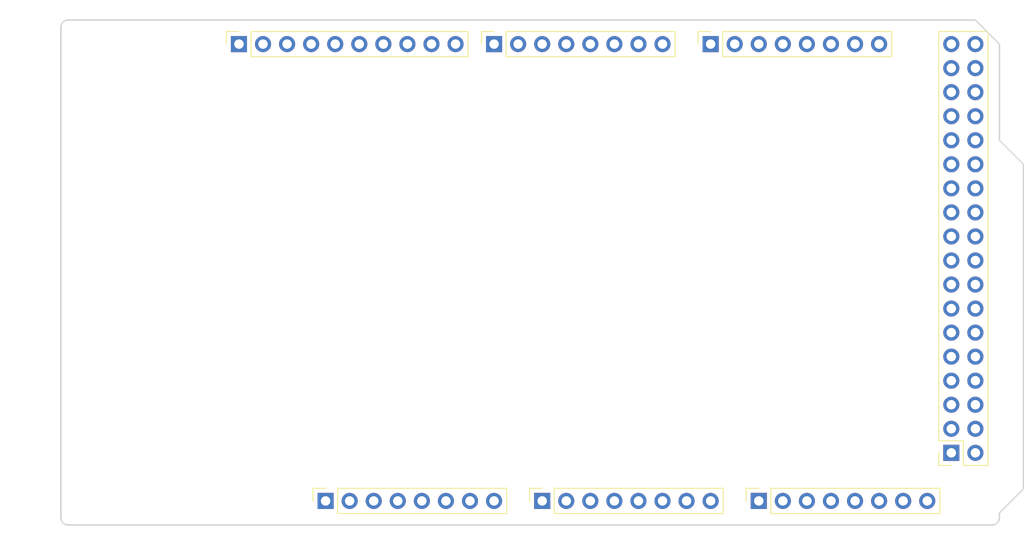
<source format=kicad_pcb>
(kicad_pcb (version 20221018) (generator pcbnew)
  (title_block (date "mar. 31 mars 2015"))
  (layers (0 "F.Cu" signal) (31 "B.Cu" signal) (34 "B.Paste" user) (35 "F.Paste" user) (36 "B.SilkS" user "B.Silkscreen") (37 "F.SilkS" user "F.Silkscreen") (38 "B.Mask" user) (39 "F.Mask" user) (44 "Edge.Cuts" user))
  (net 0 "")
  (net 1 "GND")
  (net 2 "/*52")
  (net 3 "/53")
  (net 4 "/50")
  (net 5 "/51")
  (net 6 "/48")
  (net 7 "/49")
  (net 8 "/*46")
  (net 9 "/47")
  (net 10 "/*44")
  (net 11 "/*45")
  (net 12 "/42")
  (net 13 "/43")
  (net 14 "/40")
  (net 15 "/41")
  (net 16 "/38")
  (net 17 "/39")
  (net 18 "/36")
  (net 19 "/37")
  (net 20 "/34")
  (net 21 "/35")
  (net 22 "/32")
  (net 23 "/33")
  (net 24 "/30")
  (net 25 "/31")
  (net 26 "/28")
  (net 27 "/29")
  (net 28 "/26")
  (net 29 "/27")
  (net 30 "/24")
  (net 31 "/25")
  (net 32 "/22")
  (net 33 "/23")
  (net 34 "+5V")
  (net 35 "/IOREF")
  (net 36 "/A0")
  (net 37 "/A1")
  (net 38 "/A2")
  (net 39 "/A3")
  (net 40 "/A4")
  (net 41 "/A5")
  (net 42 "/A6")
  (net 43 "/A7")
  (net 44 "/A8")
  (net 45 "/A9")
  (net 46 "/A10")
  (net 47 "/A11")
  (net 48 "/A12")
  (net 49 "/A13")
  (net 50 "/A14")
  (net 51 "/A15")
  (net 52 "/AREF")
  (net 53 "/*13")
  (net 54 "/*12")
  (net 55 "/*11")
  (net 56 "/*10")
  (net 57 "/*9")
  (net 58 "/*8")
  (net 59 "/*7")
  (net 60 "/*6")
  (net 61 "/*5")
  (net 62 "/*4")
  (net 63 "/*3")
  (net 64 "/*2")
  (net 65 "/TX0{slash}1")
  (net 66 "/RX0{slash}0")
  (net 67 "+3V3")
  (net 68 "/TX3{slash}14")
  (net 69 "/RX3{slash}15")
  (net 70 "/TX2{slash}16")
  (net 71 "/RX2{slash}17")
  (net 72 "/TX1{slash}18")
  (net 73 "/RX1{slash}19")
  (net 74 "/SDA{slash}20")
  (net 75 "/SCL{slash}21")
  (net 76 "VCC")
  (net 77 "/~{RESET}")
  (footprint "Connector_PinSocket_2.54mm:PinSocket_2x18_P2.54mm_Vertical" (layer "F.Cu") (at 193.98 92.38 180)
    (fp_text reference "J7" hide)
    (fp_text value "Digital")
    (fp_line (start -3.87 -1.33) (end -3.87 44.51) (stroke (width 0.12)) (layer "F.SilkS"))
    (fp_line (start -3.87 -1.33) (end -1.27 -1.33) (stroke (width 0.12)) (layer "F.SilkS"))
    (fp_line (start -3.87 44.51) (end 1.33 44.51) (stroke (width 0.12)) (layer "F.SilkS"))
    (fp_line (start -1.27 -1.33) (end -1.27 1.27) (stroke (width 0.12)) (layer "F.SilkS"))
    (fp_line (start -1.27 1.27) (end 1.33 1.27) (stroke (width 0.12)) (layer "F.SilkS"))
    (fp_line (start 0 -1.33) (end 1.33 -1.33) (stroke (width 0.12)) (layer "F.SilkS"))
    (fp_line (start 1.33 -1.33) (end 1.33 0) (stroke (width 0.12)) (layer "F.SilkS"))
    (fp_line (start 1.33 1.27) (end 1.33 44.51) (stroke (width 0.12)) (layer "F.SilkS"))
    (pad "1" thru_hole rect locked (at 0 0 180) (size 1.7 1.7) (drill 1) (layers "*.Cu" "*.Mask") (net 1 "GND"))
    (pad "2" thru_hole oval locked (at -2.54 0 180) (size 1.7 1.7) (drill 1) (layers "*.Cu" "*.Mask") (net 1 "GND"))
    (pad "3" thru_hole oval locked (at 0 2.54 180) (size 1.7 1.7) (drill 1) (layers "*.Cu" "*.Mask") (net 2 "/*52"))
    (pad "4" thru_hole oval locked (at -2.54 2.54 180) (size 1.7 1.7) (drill 1) (layers "*.Cu" "*.Mask") (net 3 "/53"))
    (pad "5" thru_hole oval locked (at 0 5.08 180) (size 1.7 1.7) (drill 1) (layers "*.Cu" "*.Mask") (net 4 "/50"))
    (pad "6" thru_hole oval locked (at -2.54 5.08 180) (size 1.7 1.7) (drill 1) (layers "*.Cu" "*.Mask") (net 5 "/51"))
    (pad "7" thru_hole oval locked (at 0 7.62 180) (size 1.7 1.7) (drill 1) (layers "*.Cu" "*.Mask") (net 6 "/48"))
    (pad "8" thru_hole oval locked (at -2.54 7.62 180) (size 1.7 1.7) (drill 1) (layers "*.Cu" "*.Mask") (net 7 "/49"))
    (pad "9" thru_hole oval locked (at 0 10.16 180) (size 1.7 1.7) (drill 1) (layers "*.Cu" "*.Mask") (net 8 "/*46"))
    (pad "10" thru_hole oval locked (at -2.54 10.16 180) (size 1.7 1.7) (drill 1) (layers "*.Cu" "*.Mask") (net 9 "/47"))
    (pad "11" thru_hole oval locked (at 0 12.7 180) (size 1.7 1.7) (drill 1) (layers "*.Cu" "*.Mask") (net 10 "/*44"))
    (pad "12" thru_hole oval locked (at -2.54 12.7 180) (size 1.7 1.7) (drill 1) (layers "*.Cu" "*.Mask") (net 11 "/*45"))
    (pad "13" thru_hole oval locked (at 0 15.24 180) (size 1.7 1.7) (drill 1) (layers "*.Cu" "*.Mask") (net 12 "/42"))
    (pad "14" thru_hole oval locked (at -2.54 15.24 180) (size 1.7 1.7) (drill 1) (layers "*.Cu" "*.Mask") (net 13 "/43"))
    (pad "15" thru_hole oval locked (at 0 17.78 180) (size 1.7 1.7) (drill 1) (layers "*.Cu" "*.Mask") (net 14 "/40"))
    (pad "16" thru_hole oval locked (at -2.54 17.78 180) (size 1.7 1.7) (drill 1) (layers "*.Cu" "*.Mask") (net 15 "/41"))
    (pad "17" thru_hole oval locked (at 0 20.32 180) (size 1.7 1.7) (drill 1) (layers "*.Cu" "*.Mask") (net 16 "/38"))
    (pad "18" thru_hole oval locked (at -2.54 20.32 180) (size 1.7 1.7) (drill 1) (layers "*.Cu" "*.Mask") (net 17 "/39"))
    (pad "19" thru_hole oval locked (at 0 22.86 180) (size 1.7 1.7) (drill 1) (layers "*.Cu" "*.Mask") (net 18 "/36"))
    (pad "20" thru_hole oval locked (at -2.54 22.86 180) (size 1.7 1.7) (drill 1) (layers "*.Cu" "*.Mask") (net 19 "/37"))
    (pad "21" thru_hole oval locked (at 0 25.4 180) (size 1.7 1.7) (drill 1) (layers "*.Cu" "*.Mask") (net 20 "/34"))
    (pad "22" thru_hole oval locked (at -2.54 25.4 180) (size 1.7 1.7) (drill 1) (layers "*.Cu" "*.Mask") (net 21 "/35"))
    (pad "23" thru_hole oval locked (at 0 27.94 180) (size 1.7 1.7) (drill 1) (layers "*.Cu" "*.Mask") (net 22 "/32"))
    (pad "24" thru_hole oval locked (at -2.54 27.94 180) (size 1.7 1.7) (drill 1) (layers "*.Cu" "*.Mask") (net 23 "/33"))
    (pad "25" thru_hole oval locked (at 0 30.48 180) (size 1.7 1.7) (drill 1) (layers "*.Cu" "*.Mask") (net 24 "/30"))
    (pad "26" thru_hole oval locked (at -2.54 30.48 180) (size 1.7 1.7) (drill 1) (layers "*.Cu" "*.Mask") (net 25 "/31"))
    (pad "27" thru_hole oval locked (at 0 33.02 180) (size 1.7 1.7) (drill 1) (layers "*.Cu" "*.Mask") (net 26 "/28"))
    (pad "28" thru_hole oval locked (at -2.54 33.02 180) (size 1.7 1.7) (drill 1) (layers "*.Cu" "*.Mask") (net 27 "/29"))
    (pad "29" thru_hole oval locked (at 0 35.56 180) (size 1.7 1.7) (drill 1) (layers "*.Cu" "*.Mask") (net 28 "/26"))
    (pad "30" thru_hole oval locked (at -2.54 35.56 180) (size 1.7 1.7) (drill 1) (layers "*.Cu" "*.Mask") (net 29 "/27"))
    (pad "31" thru_hole oval locked (at 0 38.1 180) (size 1.7 1.7) (drill 1) (layers "*.Cu" "*.Mask") (net 30 "/24"))
    (pad "32" thru_hole oval locked (at -2.54 38.1 180) (size 1.7 1.7) (drill 1) (layers "*.Cu" "*.Mask") (net 31 "/25"))
    (pad "33" thru_hole oval locked (at 0 40.64 180) (size 1.7 1.7) (drill 1) (layers "*.Cu" "*.Mask") (net 32 "/22"))
    (pad "34" thru_hole oval locked (at -2.54 40.64 180) (size 1.7 1.7) (drill 1) (layers "*.Cu" "*.Mask") (net 33 "/23"))
    (pad "35" thru_hole oval locked (at 0 43.18 180) (size 1.7 1.7) (drill 1) (layers "*.Cu" "*.Mask") (net 34 "+5V"))
    (pad "36" thru_hole oval locked (at -2.54 43.18 180) (size 1.7 1.7) (drill 1) (layers "*.Cu" "*.Mask") (net 34 "+5V"))
  )
  (footprint "Connector_PinSocket_2.54mm:PinSocket_1x08_P2.54mm_Vertical" (layer "F.Cu") (at 127.94 97.46 90)
    (fp_text reference "J1" hide)
    (fp_text value "Power")
    (fp_line (start -1.33 1.27) (end -1.33 19.11) (stroke (width 0.12)) (layer "F.SilkS"))
    (fp_line (start -1.33 1.27) (end 1.33 1.27) (stroke (width 0.12)) (layer "F.SilkS"))
    (fp_line (start -1.33 19.11) (end 1.33 19.11) (stroke (width 0.12)) (layer "F.SilkS"))
    (fp_line (start 0 -1.33) (end 1.33 -1.33) (stroke (width 0.12)) (layer "F.SilkS"))
    (fp_line (start 1.33 -1.33) (end 1.33 0) (stroke (width 0.12)) (layer "F.SilkS"))
    (fp_line (start 1.33 1.27) (end 1.33 19.11) (stroke (width 0.12)) (layer "F.SilkS"))
    (pad "1" thru_hole rect locked (at 0 0 90) (size 1.7 1.7) (drill 1) (layers "*.Cu" "*.Mask"))
    (pad "2" thru_hole oval locked (at 0 2.54 90) (size 1.7 1.7) (drill 1) (layers "*.Cu" "*.Mask") (net 35 "/IOREF"))
    (pad "3" thru_hole oval locked (at 0 5.08 90) (size 1.7 1.7) (drill 1) (layers "*.Cu" "*.Mask") (net 77 "/~{RESET}"))
    (pad "4" thru_hole oval locked (at 0 7.62 90) (size 1.7 1.7) (drill 1) (layers "*.Cu" "*.Mask") (net 67 "+3V3"))
    (pad "5" thru_hole oval locked (at 0 10.16 90) (size 1.7 1.7) (drill 1) (layers "*.Cu" "*.Mask") (net 34 "+5V"))
    (pad "6" thru_hole oval locked (at 0 12.7 90) (size 1.7 1.7) (drill 1) (layers "*.Cu" "*.Mask") (net 1 "GND"))
    (pad "7" thru_hole oval locked (at 0 15.24 90) (size 1.7 1.7) (drill 1) (layers "*.Cu" "*.Mask") (net 1 "GND"))
    (pad "8" thru_hole oval locked (at 0 17.78 90) (size 1.7 1.7) (drill 1) (layers "*.Cu" "*.Mask") (net 76 "VCC"))
  )
  (footprint "Connector_PinSocket_2.54mm:PinSocket_1x08_P2.54mm_Vertical" (layer "F.Cu") (at 150.8 97.46 90)
    (fp_text reference "J3" hide)
    (fp_text value "Analog")
    (fp_line (start -1.33 1.27) (end -1.33 19.11) (stroke (width 0.12)) (layer "F.SilkS"))
    (fp_line (start -1.33 1.27) (end 1.33 1.27) (stroke (width 0.12)) (layer "F.SilkS"))
    (fp_line (start -1.33 19.11) (end 1.33 19.11) (stroke (width 0.12)) (layer "F.SilkS"))
    (fp_line (start 0 -1.33) (end 1.33 -1.33) (stroke (width 0.12)) (layer "F.SilkS"))
    (fp_line (start 1.33 -1.33) (end 1.33 0) (stroke (width 0.12)) (layer "F.SilkS"))
    (fp_line (start 1.33 1.27) (end 1.33 19.11) (stroke (width 0.12)) (layer "F.SilkS"))
    (pad "1" thru_hole rect locked (at 0 0 90) (size 1.7 1.7) (drill 1) (layers "*.Cu" "*.Mask") (net 36 "/A0"))
    (pad "2" thru_hole oval locked (at 0 2.54 90) (size 1.7 1.7) (drill 1) (layers "*.Cu" "*.Mask") (net 37 "/A1"))
    (pad "3" thru_hole oval locked (at 0 5.08 90) (size 1.7 1.7) (drill 1) (layers "*.Cu" "*.Mask") (net 38 "/A2"))
    (pad "4" thru_hole oval locked (at 0 7.62 90) (size 1.7 1.7) (drill 1) (layers "*.Cu" "*.Mask") (net 39 "/A3"))
    (pad "5" thru_hole oval locked (at 0 10.16 90) (size 1.7 1.7) (drill 1) (layers "*.Cu" "*.Mask") (net 40 "/A4"))
    (pad "6" thru_hole oval locked (at 0 12.7 90) (size 1.7 1.7) (drill 1) (layers "*.Cu" "*.Mask") (net 41 "/A5"))
    (pad "7" thru_hole oval locked (at 0 15.24 90) (size 1.7 1.7) (drill 1) (layers "*.Cu" "*.Mask") (net 42 "/A6"))
    (pad "8" thru_hole oval locked (at 0 17.78 90) (size 1.7 1.7) (drill 1) (layers "*.Cu" "*.Mask") (net 43 "/A7"))
  )
  (footprint "Connector_PinSocket_2.54mm:PinSocket_1x08_P2.54mm_Vertical" (layer "F.Cu") (at 173.66 97.46 90)
    (fp_text reference "J5" hide)
    (fp_text value "Analog")
    (fp_line (start -1.33 1.27) (end -1.33 19.11) (stroke (width 0.12)) (layer "F.SilkS"))
    (fp_line (start -1.33 1.27) (end 1.33 1.27) (stroke (width 0.12)) (layer "F.SilkS"))
    (fp_line (start -1.33 19.11) (end 1.33 19.11) (stroke (width 0.12)) (layer "F.SilkS"))
    (fp_line (start 0 -1.33) (end 1.33 -1.33) (stroke (width 0.12)) (layer "F.SilkS"))
    (fp_line (start 1.33 -1.33) (end 1.33 0) (stroke (width 0.12)) (layer "F.SilkS"))
    (fp_line (start 1.33 1.27) (end 1.33 19.11) (stroke (width 0.12)) (layer "F.SilkS"))
    (pad "1" thru_hole rect locked (at 0 0 90) (size 1.7 1.7) (drill 1) (layers "*.Cu" "*.Mask") (net 44 "/A8"))
    (pad "2" thru_hole oval locked (at 0 2.54 90) (size 1.7 1.7) (drill 1) (layers "*.Cu" "*.Mask") (net 45 "/A9"))
    (pad "3" thru_hole oval locked (at 0 5.08 90) (size 1.7 1.7) (drill 1) (layers "*.Cu" "*.Mask") (net 46 "/A10"))
    (pad "4" thru_hole oval locked (at 0 7.62 90) (size 1.7 1.7) (drill 1) (layers "*.Cu" "*.Mask") (net 47 "/A11"))
    (pad "5" thru_hole oval locked (at 0 10.16 90) (size 1.7 1.7) (drill 1) (layers "*.Cu" "*.Mask") (net 48 "/A12"))
    (pad "6" thru_hole oval locked (at 0 12.7 90) (size 1.7 1.7) (drill 1) (layers "*.Cu" "*.Mask") (net 49 "/A13"))
    (pad "7" thru_hole oval locked (at 0 15.24 90) (size 1.7 1.7) (drill 1) (layers "*.Cu" "*.Mask") (net 50 "/A14"))
    (pad "8" thru_hole oval locked (at 0 17.78 90) (size 1.7 1.7) (drill 1) (layers "*.Cu" "*.Mask") (net 51 "/A15"))
  )
  (footprint "Connector_PinSocket_2.54mm:PinSocket_1x10_P2.54mm_Vertical" (layer "F.Cu") (at 118.796 49.2 90)
    (fp_text reference "J2" hide)
    (fp_text value "PWM")
    (fp_line (start -1.33 1.27) (end -1.33 24.19) (stroke (width 0.12)) (layer "F.SilkS"))
    (fp_line (start -1.33 1.27) (end 1.33 1.27) (stroke (width 0.12)) (layer "F.SilkS"))
    (fp_line (start -1.33 24.19) (end 1.33 24.19) (stroke (width 0.12)) (layer "F.SilkS"))
    (fp_line (start 0 -1.33) (end 1.33 -1.33) (stroke (width 0.12)) (layer "F.SilkS"))
    (fp_line (start 1.33 -1.33) (end 1.33 0) (stroke (width 0.12)) (layer "F.SilkS"))
    (fp_line (start 1.33 1.27) (end 1.33 24.19) (stroke (width 0.12)) (layer "F.SilkS"))
    (pad "1" thru_hole rect locked (at 0 0 90) (size 1.7 1.7) (drill 1) (layers "*.Cu" "*.Mask") (net 75 "/SCL{slash}21"))
    (pad "2" thru_hole oval locked (at 0 2.54 90) (size 1.7 1.7) (drill 1) (layers "*.Cu" "*.Mask") (net 74 "/SDA{slash}20"))
    (pad "3" thru_hole oval locked (at 0 5.08 90) (size 1.7 1.7) (drill 1) (layers "*.Cu" "*.Mask") (net 52 "/AREF"))
    (pad "4" thru_hole oval locked (at 0 7.62 90) (size 1.7 1.7) (drill 1) (layers "*.Cu" "*.Mask") (net 1 "GND"))
    (pad "5" thru_hole oval locked (at 0 10.16 90) (size 1.7 1.7) (drill 1) (layers "*.Cu" "*.Mask") (net 53 "/*13"))
    (pad "6" thru_hole oval locked (at 0 12.7 90) (size 1.7 1.7) (drill 1) (layers "*.Cu" "*.Mask") (net 54 "/*12"))
    (pad "7" thru_hole oval locked (at 0 15.24 90) (size 1.7 1.7) (drill 1) (layers "*.Cu" "*.Mask") (net 55 "/*11"))
    (pad "8" thru_hole oval locked (at 0 17.78 90) (size 1.7 1.7) (drill 1) (layers "*.Cu" "*.Mask") (net 56 "/*10"))
    (pad "9" thru_hole oval locked (at 0 20.32 90) (size 1.7 1.7) (drill 1) (layers "*.Cu" "*.Mask") (net 57 "/*9"))
    (pad "10" thru_hole oval locked (at 0 22.86 90) (size 1.7 1.7) (drill 1) (layers "*.Cu" "*.Mask") (net 58 "/*8"))
  )
  (footprint "Connector_PinSocket_2.54mm:PinSocket_1x08_P2.54mm_Vertical" (layer "F.Cu") (at 145.72 49.2 90)
    (fp_text reference "J4" hide)
    (fp_text value "PWM")
    (fp_line (start -1.33 1.27) (end -1.33 19.11) (stroke (width 0.12)) (layer "F.SilkS"))
    (fp_line (start -1.33 1.27) (end 1.33 1.27) (stroke (width 0.12)) (layer "F.SilkS"))
    (fp_line (start -1.33 19.11) (end 1.33 19.11) (stroke (width 0.12)) (layer "F.SilkS"))
    (fp_line (start 0 -1.33) (end 1.33 -1.33) (stroke (width 0.12)) (layer "F.SilkS"))
    (fp_line (start 1.33 -1.33) (end 1.33 0) (stroke (width 0.12)) (layer "F.SilkS"))
    (fp_line (start 1.33 1.27) (end 1.33 19.11) (stroke (width 0.12)) (layer "F.SilkS"))
    (pad "1" thru_hole rect locked (at 0 0 90) (size 1.7 1.7) (drill 1) (layers "*.Cu" "*.Mask") (net 59 "/*7"))
    (pad "2" thru_hole oval locked (at 0 2.54 90) (size 1.7 1.7) (drill 1) (layers "*.Cu" "*.Mask") (net 60 "/*6"))
    (pad "3" thru_hole oval locked (at 0 5.08 90) (size 1.7 1.7) (drill 1) (layers "*.Cu" "*.Mask") (net 61 "/*5"))
    (pad "4" thru_hole oval locked (at 0 7.62 90) (size 1.7 1.7) (drill 1) (layers "*.Cu" "*.Mask") (net 62 "/*4"))
    (pad "5" thru_hole oval locked (at 0 10.16 90) (size 1.7 1.7) (drill 1) (layers "*.Cu" "*.Mask") (net 63 "/*3"))
    (pad "6" thru_hole oval locked (at 0 12.7 90) (size 1.7 1.7) (drill 1) (layers "*.Cu" "*.Mask") (net 64 "/*2"))
    (pad "7" thru_hole oval locked (at 0 15.24 90) (size 1.7 1.7) (drill 1) (layers "*.Cu" "*.Mask") (net 65 "/TX0{slash}1"))
    (pad "8" thru_hole oval locked (at 0 17.78 90) (size 1.7 1.7) (drill 1) (layers "*.Cu" "*.Mask") (net 66 "/RX0{slash}0"))
  )
  (footprint "Connector_PinSocket_2.54mm:PinSocket_1x08_P2.54mm_Vertical" (layer "F.Cu") (at 168.58 49.2 90)
    (fp_text reference "J6" hide)
    (fp_text value "Communication")
    (fp_line (start -1.33 1.27) (end -1.33 19.11) (stroke (width 0.12)) (layer "F.SilkS"))
    (fp_line (start -1.33 1.27) (end 1.33 1.27) (stroke (width 0.12)) (layer "F.SilkS"))
    (fp_line (start -1.33 19.11) (end 1.33 19.11) (stroke (width 0.12)) (layer "F.SilkS"))
    (fp_line (start 0 -1.33) (end 1.33 -1.33) (stroke (width 0.12)) (layer "F.SilkS"))
    (fp_line (start 1.33 -1.33) (end 1.33 0) (stroke (width 0.12)) (layer "F.SilkS"))
    (fp_line (start 1.33 1.27) (end 1.33 19.11) (stroke (width 0.12)) (layer "F.SilkS"))
    (pad "1" thru_hole rect locked (at 0 0 90) (size 1.7 1.7) (drill 1) (layers "*.Cu" "*.Mask") (net 68 "/TX3{slash}14"))
    (pad "2" thru_hole oval locked (at 0 2.54 90) (size 1.7 1.7) (drill 1) (layers "*.Cu" "*.Mask") (net 69 "/RX3{slash}15"))
    (pad "3" thru_hole oval locked (at 0 5.08 90) (size 1.7 1.7) (drill 1) (layers "*.Cu" "*.Mask") (net 70 "/TX2{slash}16"))
    (pad "4" thru_hole oval locked (at 0 7.62 90) (size 1.7 1.7) (drill 1) (layers "*.Cu" "*.Mask") (net 71 "/RX2{slash}17"))
    (pad "5" thru_hole oval locked (at 0 10.16 90) (size 1.7 1.7) (drill 1) (layers "*.Cu" "*.Mask") (net 72 "/TX1{slash}18"))
    (pad "6" thru_hole oval locked (at 0 12.7 90) (size 1.7 1.7) (drill 1) (layers "*.Cu" "*.Mask") (net 73 "/RX1{slash}19"))
    (pad "7" thru_hole oval locked (at 0 15.24 90) (size 1.7 1.7) (drill 1) (layers "*.Cu" "*.Mask") (net 74 "/SDA{slash}20"))
    (pad "8" thru_hole oval locked (at 0 17.78 90) (size 1.7 1.7) (drill 1) (layers "*.Cu" "*.Mask") (net 75 "/SCL{slash}21"))
  )
  (footprint "Arduino_MountingHole:MountingHole_3.2mm" (layer "F.Cu") (at 196.52 97.46)
    (fp_text reference "MH6" hide)
    (fp_text value "MountingHole_3.2mm" hide)
    (pad "" np_thru_hole circle locked (at 0 0) (size 3.2 3.2) (drill 3.2) (layers "*.Cu" "*.Mask"))
  )
  (footprint "Arduino_MountingHole:MountingHole_3.2mm" (layer "F.Cu") (at 115.24 49.2)
    (fp_text reference "MH1" hide)
    (fp_text value "MountingHole_3.2mm" hide)
    (pad "" np_thru_hole circle locked (at 0 0) (size 3.2 3.2) (drill 3.2) (layers "*.Cu" "*.Mask"))
  )
  (footprint "Arduino_MountingHole:MountingHole_3.2mm" (layer "F.Cu") (at 113.97 97.46)
    (fp_text reference "MH2" hide)
    (fp_text value "MountingHole_3.2mm" hide)
    (pad "" np_thru_hole circle locked (at 0 0) (size 3.2 3.2) (drill 3.2) (layers "*.Cu" "*.Mask"))
  )
  (footprint "Arduino_MountingHole:MountingHole_3.2mm" (layer "F.Cu") (at 166.04 64.44)
    (fp_text reference "MH3" hide)
    (fp_text value "MountingHole_3.2mm" hide)
    (pad "" np_thru_hole circle locked (at 0 0) (size 3.2 3.2) (drill 3.2) (layers "*.Cu" "*.Mask"))
  )
  (footprint "Arduino_MountingHole:MountingHole_3.2mm" (layer "F.Cu") (at 166.04 92.38)
    (fp_text reference "MH4" hide)
    (fp_text value "MountingHole_3.2mm" hide)
    (pad "" np_thru_hole circle locked (at 0 0) (size 3.2 3.2) (drill 3.2) (layers "*.Cu" "*.Mask"))
  )
  (footprint "Arduino_MountingHole:MountingHole_3.2mm" (layer "F.Cu") (at 190.17 49.2)
    (fp_text reference "MH5" hide)
    (fp_text value "MountingHole_3.2mm" hide)
    (pad "" np_thru_hole circle locked (at 0 0) (size 3.2 3.2) (drill 3.2) (layers "*.Cu" "*.Mask"))
  )
  (gr_line (start 199.06 59.36) (end 201.6 61.9) (stroke (width 0.15)) (layer "Edge.Cuts"))
  (gr_line (start 100 99.238) (end 100 47.422) (stroke (width 0.15)) (layer "Edge.Cuts"))
  (gr_line (start 201.6 61.9) (end 201.6 96.19) (stroke (width 0.15)) (layer "Edge.Cuts"))
  (gr_line (start 198.298 100) (end 100.762 100) (stroke (width 0.15)) (layer "Edge.Cuts"))
  (gr_line (start 100.762 46.66) (end 196.52 46.66) (stroke (width 0.15)) (layer "Edge.Cuts"))
  (gr_arc (start 100.762 100) (mid 100.223185 99.776815) (end 100 99.238) (stroke (width 0.15)) (layer "Edge.Cuts"))
  (gr_line (start 201.6 96.19) (end 199.06 98.73) (stroke (width 0.15)) (layer "Edge.Cuts"))
  (gr_line (start 196.52 46.66) (end 199.06 49.2) (stroke (width 0.15)) (layer "Edge.Cuts"))
  (gr_arc (start 199.06 99.238) (mid 198.836815 99.776815) (end 198.298 100) (stroke (width 0.15)) (layer "Edge.Cuts"))
  (gr_line (start 199.06 49.2) (end 199.06 59.36) (stroke (width 0.15)) (layer "Edge.Cuts"))
  (gr_line (start 199.06 98.73) (end 199.06 99.238) (stroke (width 0.15)) (layer "Edge.Cuts"))
  (gr_arc (start 100 47.422) (mid 100.223185 46.883185) (end 100.762 46.66) (stroke (width 0.15)) (layer "Edge.Cuts"))
)
</source>
